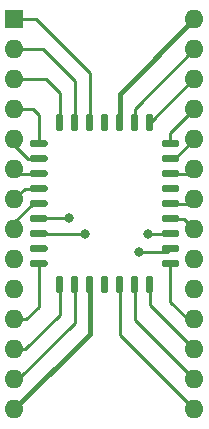
<source format=gbr>
%TF.GenerationSoftware,KiCad,Pcbnew,5.1.12-84ad8e8a86~92~ubuntu18.04.1*%
%TF.CreationDate,2023-06-24T13:51:17+02:00*%
%TF.ProjectId,EPROM-27512-GLS27SF512,4550524f-4d2d-4323-9735-31322d474c53,r2*%
%TF.SameCoordinates,Original*%
%TF.FileFunction,Copper,L1,Top*%
%TF.FilePolarity,Positive*%
%FSLAX46Y46*%
G04 Gerber Fmt 4.6, Leading zero omitted, Abs format (unit mm)*
G04 Created by KiCad (PCBNEW 5.1.12-84ad8e8a86~92~ubuntu18.04.1) date 2023-06-24 13:51:17*
%MOMM*%
%LPD*%
G01*
G04 APERTURE LIST*
%TA.AperFunction,ComponentPad*%
%ADD10R,1.600000X1.600000*%
%TD*%
%TA.AperFunction,ComponentPad*%
%ADD11O,1.600000X1.600000*%
%TD*%
%TA.AperFunction,ViaPad*%
%ADD12C,0.800000*%
%TD*%
%TA.AperFunction,Conductor*%
%ADD13C,0.250000*%
%TD*%
%TA.AperFunction,Conductor*%
%ADD14C,0.400000*%
%TD*%
G04 APERTURE END LIST*
D10*
%TO.P,U101,1*%
%TO.N,/a15*%
X86952401Y-69723201D03*
D11*
%TO.P,U101,15*%
%TO.N,/d3*%
X102192401Y-102743201D03*
%TO.P,U101,2*%
%TO.N,/a12*%
X86952401Y-72263201D03*
%TO.P,U101,16*%
%TO.N,/d4*%
X102192401Y-100203201D03*
%TO.P,U101,3*%
%TO.N,/a7*%
X86952401Y-74803201D03*
%TO.P,U101,17*%
%TO.N,/d5*%
X102192401Y-97663201D03*
%TO.P,U101,4*%
%TO.N,/a6*%
X86952401Y-77343201D03*
%TO.P,U101,18*%
%TO.N,/d6*%
X102192401Y-95123201D03*
%TO.P,U101,5*%
%TO.N,/a5*%
X86952401Y-79883201D03*
%TO.P,U101,19*%
%TO.N,/d7*%
X102192401Y-92583201D03*
%TO.P,U101,6*%
%TO.N,/a4*%
X86952401Y-82423201D03*
%TO.P,U101,20*%
%TO.N,/_ce*%
X102192401Y-90043201D03*
%TO.P,U101,7*%
%TO.N,/a3*%
X86952401Y-84963201D03*
%TO.P,U101,21*%
%TO.N,/a10*%
X102192401Y-87503201D03*
%TO.P,U101,8*%
%TO.N,/a2*%
X86952401Y-87503201D03*
%TO.P,U101,22*%
%TO.N,/_oe*%
X102192401Y-84963201D03*
%TO.P,U101,9*%
%TO.N,/a1*%
X86952401Y-90043201D03*
%TO.P,U101,23*%
%TO.N,/a11*%
X102192401Y-82423201D03*
%TO.P,U101,10*%
%TO.N,/a0*%
X86952401Y-92583201D03*
%TO.P,U101,24*%
%TO.N,/a9*%
X102192401Y-79883201D03*
%TO.P,U101,11*%
%TO.N,/d0*%
X86952401Y-95123201D03*
%TO.P,U101,25*%
%TO.N,/a8*%
X102192401Y-77343201D03*
%TO.P,U101,12*%
%TO.N,/d1*%
X86952401Y-97663201D03*
%TO.P,U101,26*%
%TO.N,/a13*%
X102192401Y-74803201D03*
%TO.P,U101,13*%
%TO.N,/d2*%
X86952401Y-100203201D03*
%TO.P,U101,27*%
%TO.N,/a14*%
X102192401Y-72263201D03*
%TO.P,U101,14*%
%TO.N,GND*%
X86952401Y-102743201D03*
%TO.P,U101,28*%
%TO.N,+5V*%
X102192401Y-69723201D03*
%TD*%
%TO.P,U102,1*%
%TO.N,Net-(U102-Pad1)*%
%TA.AperFunction,SMDPad,CuDef*%
G36*
G01*
X94289600Y-79068600D02*
X94289600Y-77893600D01*
G75*
G02*
X94439600Y-77743600I150000J0D01*
G01*
X94739600Y-77743600D01*
G75*
G02*
X94889600Y-77893600I0J-150000D01*
G01*
X94889600Y-79068600D01*
G75*
G02*
X94739600Y-79218600I-150000J0D01*
G01*
X94439600Y-79218600D01*
G75*
G02*
X94289600Y-79068600I0J150000D01*
G01*
G37*
%TD.AperFunction*%
%TO.P,U102,2*%
%TO.N,/a15*%
%TA.AperFunction,SMDPad,CuDef*%
G36*
G01*
X93019600Y-79068600D02*
X93019600Y-77893600D01*
G75*
G02*
X93169600Y-77743600I150000J0D01*
G01*
X93469600Y-77743600D01*
G75*
G02*
X93619600Y-77893600I0J-150000D01*
G01*
X93619600Y-79068600D01*
G75*
G02*
X93469600Y-79218600I-150000J0D01*
G01*
X93169600Y-79218600D01*
G75*
G02*
X93019600Y-79068600I0J150000D01*
G01*
G37*
%TD.AperFunction*%
%TO.P,U102,3*%
%TO.N,/a12*%
%TA.AperFunction,SMDPad,CuDef*%
G36*
G01*
X91749600Y-79068600D02*
X91749600Y-77893600D01*
G75*
G02*
X91899600Y-77743600I150000J0D01*
G01*
X92199600Y-77743600D01*
G75*
G02*
X92349600Y-77893600I0J-150000D01*
G01*
X92349600Y-79068600D01*
G75*
G02*
X92199600Y-79218600I-150000J0D01*
G01*
X91899600Y-79218600D01*
G75*
G02*
X91749600Y-79068600I0J150000D01*
G01*
G37*
%TD.AperFunction*%
%TO.P,U102,4*%
%TO.N,/a7*%
%TA.AperFunction,SMDPad,CuDef*%
G36*
G01*
X90479600Y-79068600D02*
X90479600Y-77893600D01*
G75*
G02*
X90629600Y-77743600I150000J0D01*
G01*
X90929600Y-77743600D01*
G75*
G02*
X91079600Y-77893600I0J-150000D01*
G01*
X91079600Y-79068600D01*
G75*
G02*
X90929600Y-79218600I-150000J0D01*
G01*
X90629600Y-79218600D01*
G75*
G02*
X90479600Y-79068600I0J150000D01*
G01*
G37*
%TD.AperFunction*%
%TO.P,U102,5*%
%TO.N,/a6*%
%TA.AperFunction,SMDPad,CuDef*%
G36*
G01*
X88289600Y-80388600D02*
X88289600Y-80088600D01*
G75*
G02*
X88439600Y-79938600I150000J0D01*
G01*
X89614600Y-79938600D01*
G75*
G02*
X89764600Y-80088600I0J-150000D01*
G01*
X89764600Y-80388600D01*
G75*
G02*
X89614600Y-80538600I-150000J0D01*
G01*
X88439600Y-80538600D01*
G75*
G02*
X88289600Y-80388600I0J150000D01*
G01*
G37*
%TD.AperFunction*%
%TO.P,U102,6*%
%TO.N,/a5*%
%TA.AperFunction,SMDPad,CuDef*%
G36*
G01*
X88289600Y-81658600D02*
X88289600Y-81358600D01*
G75*
G02*
X88439600Y-81208600I150000J0D01*
G01*
X89614600Y-81208600D01*
G75*
G02*
X89764600Y-81358600I0J-150000D01*
G01*
X89764600Y-81658600D01*
G75*
G02*
X89614600Y-81808600I-150000J0D01*
G01*
X88439600Y-81808600D01*
G75*
G02*
X88289600Y-81658600I0J150000D01*
G01*
G37*
%TD.AperFunction*%
%TO.P,U102,7*%
%TO.N,/a4*%
%TA.AperFunction,SMDPad,CuDef*%
G36*
G01*
X88289600Y-82928600D02*
X88289600Y-82628600D01*
G75*
G02*
X88439600Y-82478600I150000J0D01*
G01*
X89614600Y-82478600D01*
G75*
G02*
X89764600Y-82628600I0J-150000D01*
G01*
X89764600Y-82928600D01*
G75*
G02*
X89614600Y-83078600I-150000J0D01*
G01*
X88439600Y-83078600D01*
G75*
G02*
X88289600Y-82928600I0J150000D01*
G01*
G37*
%TD.AperFunction*%
%TO.P,U102,8*%
%TO.N,/a3*%
%TA.AperFunction,SMDPad,CuDef*%
G36*
G01*
X88289600Y-84198600D02*
X88289600Y-83898600D01*
G75*
G02*
X88439600Y-83748600I150000J0D01*
G01*
X89614600Y-83748600D01*
G75*
G02*
X89764600Y-83898600I0J-150000D01*
G01*
X89764600Y-84198600D01*
G75*
G02*
X89614600Y-84348600I-150000J0D01*
G01*
X88439600Y-84348600D01*
G75*
G02*
X88289600Y-84198600I0J150000D01*
G01*
G37*
%TD.AperFunction*%
%TO.P,U102,9*%
%TO.N,/a2*%
%TA.AperFunction,SMDPad,CuDef*%
G36*
G01*
X88289600Y-85468600D02*
X88289600Y-85168600D01*
G75*
G02*
X88439600Y-85018600I150000J0D01*
G01*
X89614600Y-85018600D01*
G75*
G02*
X89764600Y-85168600I0J-150000D01*
G01*
X89764600Y-85468600D01*
G75*
G02*
X89614600Y-85618600I-150000J0D01*
G01*
X88439600Y-85618600D01*
G75*
G02*
X88289600Y-85468600I0J150000D01*
G01*
G37*
%TD.AperFunction*%
%TO.P,U102,10*%
%TO.N,/a1*%
%TA.AperFunction,SMDPad,CuDef*%
G36*
G01*
X88289600Y-86738600D02*
X88289600Y-86438600D01*
G75*
G02*
X88439600Y-86288600I150000J0D01*
G01*
X89614600Y-86288600D01*
G75*
G02*
X89764600Y-86438600I0J-150000D01*
G01*
X89764600Y-86738600D01*
G75*
G02*
X89614600Y-86888600I-150000J0D01*
G01*
X88439600Y-86888600D01*
G75*
G02*
X88289600Y-86738600I0J150000D01*
G01*
G37*
%TD.AperFunction*%
%TO.P,U102,11*%
%TO.N,/a0*%
%TA.AperFunction,SMDPad,CuDef*%
G36*
G01*
X88289600Y-88008600D02*
X88289600Y-87708600D01*
G75*
G02*
X88439600Y-87558600I150000J0D01*
G01*
X89614600Y-87558600D01*
G75*
G02*
X89764600Y-87708600I0J-150000D01*
G01*
X89764600Y-88008600D01*
G75*
G02*
X89614600Y-88158600I-150000J0D01*
G01*
X88439600Y-88158600D01*
G75*
G02*
X88289600Y-88008600I0J150000D01*
G01*
G37*
%TD.AperFunction*%
%TO.P,U102,12*%
%TO.N,Net-(U102-Pad12)*%
%TA.AperFunction,SMDPad,CuDef*%
G36*
G01*
X88289600Y-89278600D02*
X88289600Y-88978600D01*
G75*
G02*
X88439600Y-88828600I150000J0D01*
G01*
X89614600Y-88828600D01*
G75*
G02*
X89764600Y-88978600I0J-150000D01*
G01*
X89764600Y-89278600D01*
G75*
G02*
X89614600Y-89428600I-150000J0D01*
G01*
X88439600Y-89428600D01*
G75*
G02*
X88289600Y-89278600I0J150000D01*
G01*
G37*
%TD.AperFunction*%
%TO.P,U102,13*%
%TO.N,/d0*%
%TA.AperFunction,SMDPad,CuDef*%
G36*
G01*
X88289600Y-90548600D02*
X88289600Y-90248600D01*
G75*
G02*
X88439600Y-90098600I150000J0D01*
G01*
X89614600Y-90098600D01*
G75*
G02*
X89764600Y-90248600I0J-150000D01*
G01*
X89764600Y-90548600D01*
G75*
G02*
X89614600Y-90698600I-150000J0D01*
G01*
X88439600Y-90698600D01*
G75*
G02*
X88289600Y-90548600I0J150000D01*
G01*
G37*
%TD.AperFunction*%
%TO.P,U102,14*%
%TO.N,/d1*%
%TA.AperFunction,SMDPad,CuDef*%
G36*
G01*
X90479600Y-92743600D02*
X90479600Y-91568600D01*
G75*
G02*
X90629600Y-91418600I150000J0D01*
G01*
X90929600Y-91418600D01*
G75*
G02*
X91079600Y-91568600I0J-150000D01*
G01*
X91079600Y-92743600D01*
G75*
G02*
X90929600Y-92893600I-150000J0D01*
G01*
X90629600Y-92893600D01*
G75*
G02*
X90479600Y-92743600I0J150000D01*
G01*
G37*
%TD.AperFunction*%
%TO.P,U102,15*%
%TO.N,/d2*%
%TA.AperFunction,SMDPad,CuDef*%
G36*
G01*
X91749600Y-92743600D02*
X91749600Y-91568600D01*
G75*
G02*
X91899600Y-91418600I150000J0D01*
G01*
X92199600Y-91418600D01*
G75*
G02*
X92349600Y-91568600I0J-150000D01*
G01*
X92349600Y-92743600D01*
G75*
G02*
X92199600Y-92893600I-150000J0D01*
G01*
X91899600Y-92893600D01*
G75*
G02*
X91749600Y-92743600I0J150000D01*
G01*
G37*
%TD.AperFunction*%
%TO.P,U102,16*%
%TO.N,GND*%
%TA.AperFunction,SMDPad,CuDef*%
G36*
G01*
X93019600Y-92743600D02*
X93019600Y-91568600D01*
G75*
G02*
X93169600Y-91418600I150000J0D01*
G01*
X93469600Y-91418600D01*
G75*
G02*
X93619600Y-91568600I0J-150000D01*
G01*
X93619600Y-92743600D01*
G75*
G02*
X93469600Y-92893600I-150000J0D01*
G01*
X93169600Y-92893600D01*
G75*
G02*
X93019600Y-92743600I0J150000D01*
G01*
G37*
%TD.AperFunction*%
%TO.P,U102,17*%
%TO.N,Net-(U102-Pad17)*%
%TA.AperFunction,SMDPad,CuDef*%
G36*
G01*
X94289600Y-92743600D02*
X94289600Y-91568600D01*
G75*
G02*
X94439600Y-91418600I150000J0D01*
G01*
X94739600Y-91418600D01*
G75*
G02*
X94889600Y-91568600I0J-150000D01*
G01*
X94889600Y-92743600D01*
G75*
G02*
X94739600Y-92893600I-150000J0D01*
G01*
X94439600Y-92893600D01*
G75*
G02*
X94289600Y-92743600I0J150000D01*
G01*
G37*
%TD.AperFunction*%
%TO.P,U102,18*%
%TO.N,/d3*%
%TA.AperFunction,SMDPad,CuDef*%
G36*
G01*
X95559600Y-92743600D02*
X95559600Y-91568600D01*
G75*
G02*
X95709600Y-91418600I150000J0D01*
G01*
X96009600Y-91418600D01*
G75*
G02*
X96159600Y-91568600I0J-150000D01*
G01*
X96159600Y-92743600D01*
G75*
G02*
X96009600Y-92893600I-150000J0D01*
G01*
X95709600Y-92893600D01*
G75*
G02*
X95559600Y-92743600I0J150000D01*
G01*
G37*
%TD.AperFunction*%
%TO.P,U102,19*%
%TO.N,/d4*%
%TA.AperFunction,SMDPad,CuDef*%
G36*
G01*
X96829600Y-92743600D02*
X96829600Y-91568600D01*
G75*
G02*
X96979600Y-91418600I150000J0D01*
G01*
X97279600Y-91418600D01*
G75*
G02*
X97429600Y-91568600I0J-150000D01*
G01*
X97429600Y-92743600D01*
G75*
G02*
X97279600Y-92893600I-150000J0D01*
G01*
X96979600Y-92893600D01*
G75*
G02*
X96829600Y-92743600I0J150000D01*
G01*
G37*
%TD.AperFunction*%
%TO.P,U102,20*%
%TO.N,/d5*%
%TA.AperFunction,SMDPad,CuDef*%
G36*
G01*
X98099600Y-92743600D02*
X98099600Y-91568600D01*
G75*
G02*
X98249600Y-91418600I150000J0D01*
G01*
X98549600Y-91418600D01*
G75*
G02*
X98699600Y-91568600I0J-150000D01*
G01*
X98699600Y-92743600D01*
G75*
G02*
X98549600Y-92893600I-150000J0D01*
G01*
X98249600Y-92893600D01*
G75*
G02*
X98099600Y-92743600I0J150000D01*
G01*
G37*
%TD.AperFunction*%
%TO.P,U102,21*%
%TO.N,/d6*%
%TA.AperFunction,SMDPad,CuDef*%
G36*
G01*
X99414600Y-90548600D02*
X99414600Y-90248600D01*
G75*
G02*
X99564600Y-90098600I150000J0D01*
G01*
X100739600Y-90098600D01*
G75*
G02*
X100889600Y-90248600I0J-150000D01*
G01*
X100889600Y-90548600D01*
G75*
G02*
X100739600Y-90698600I-150000J0D01*
G01*
X99564600Y-90698600D01*
G75*
G02*
X99414600Y-90548600I0J150000D01*
G01*
G37*
%TD.AperFunction*%
%TO.P,U102,22*%
%TO.N,/d7*%
%TA.AperFunction,SMDPad,CuDef*%
G36*
G01*
X99414600Y-89278600D02*
X99414600Y-88978600D01*
G75*
G02*
X99564600Y-88828600I150000J0D01*
G01*
X100739600Y-88828600D01*
G75*
G02*
X100889600Y-88978600I0J-150000D01*
G01*
X100889600Y-89278600D01*
G75*
G02*
X100739600Y-89428600I-150000J0D01*
G01*
X99564600Y-89428600D01*
G75*
G02*
X99414600Y-89278600I0J150000D01*
G01*
G37*
%TD.AperFunction*%
%TO.P,U102,23*%
%TO.N,/_ce*%
%TA.AperFunction,SMDPad,CuDef*%
G36*
G01*
X99414600Y-88008600D02*
X99414600Y-87708600D01*
G75*
G02*
X99564600Y-87558600I150000J0D01*
G01*
X100739600Y-87558600D01*
G75*
G02*
X100889600Y-87708600I0J-150000D01*
G01*
X100889600Y-88008600D01*
G75*
G02*
X100739600Y-88158600I-150000J0D01*
G01*
X99564600Y-88158600D01*
G75*
G02*
X99414600Y-88008600I0J150000D01*
G01*
G37*
%TD.AperFunction*%
%TO.P,U102,24*%
%TO.N,/a10*%
%TA.AperFunction,SMDPad,CuDef*%
G36*
G01*
X99414600Y-86738600D02*
X99414600Y-86438600D01*
G75*
G02*
X99564600Y-86288600I150000J0D01*
G01*
X100739600Y-86288600D01*
G75*
G02*
X100889600Y-86438600I0J-150000D01*
G01*
X100889600Y-86738600D01*
G75*
G02*
X100739600Y-86888600I-150000J0D01*
G01*
X99564600Y-86888600D01*
G75*
G02*
X99414600Y-86738600I0J150000D01*
G01*
G37*
%TD.AperFunction*%
%TO.P,U102,25*%
%TO.N,/_oe*%
%TA.AperFunction,SMDPad,CuDef*%
G36*
G01*
X99414600Y-85468600D02*
X99414600Y-85168600D01*
G75*
G02*
X99564600Y-85018600I150000J0D01*
G01*
X100739600Y-85018600D01*
G75*
G02*
X100889600Y-85168600I0J-150000D01*
G01*
X100889600Y-85468600D01*
G75*
G02*
X100739600Y-85618600I-150000J0D01*
G01*
X99564600Y-85618600D01*
G75*
G02*
X99414600Y-85468600I0J150000D01*
G01*
G37*
%TD.AperFunction*%
%TO.P,U102,26*%
%TO.N,Net-(U102-Pad26)*%
%TA.AperFunction,SMDPad,CuDef*%
G36*
G01*
X99414600Y-84198600D02*
X99414600Y-83898600D01*
G75*
G02*
X99564600Y-83748600I150000J0D01*
G01*
X100739600Y-83748600D01*
G75*
G02*
X100889600Y-83898600I0J-150000D01*
G01*
X100889600Y-84198600D01*
G75*
G02*
X100739600Y-84348600I-150000J0D01*
G01*
X99564600Y-84348600D01*
G75*
G02*
X99414600Y-84198600I0J150000D01*
G01*
G37*
%TD.AperFunction*%
%TO.P,U102,27*%
%TO.N,/a11*%
%TA.AperFunction,SMDPad,CuDef*%
G36*
G01*
X99414600Y-82928600D02*
X99414600Y-82628600D01*
G75*
G02*
X99564600Y-82478600I150000J0D01*
G01*
X100739600Y-82478600D01*
G75*
G02*
X100889600Y-82628600I0J-150000D01*
G01*
X100889600Y-82928600D01*
G75*
G02*
X100739600Y-83078600I-150000J0D01*
G01*
X99564600Y-83078600D01*
G75*
G02*
X99414600Y-82928600I0J150000D01*
G01*
G37*
%TD.AperFunction*%
%TO.P,U102,28*%
%TO.N,/a9*%
%TA.AperFunction,SMDPad,CuDef*%
G36*
G01*
X99414600Y-81658600D02*
X99414600Y-81358600D01*
G75*
G02*
X99564600Y-81208600I150000J0D01*
G01*
X100739600Y-81208600D01*
G75*
G02*
X100889600Y-81358600I0J-150000D01*
G01*
X100889600Y-81658600D01*
G75*
G02*
X100739600Y-81808600I-150000J0D01*
G01*
X99564600Y-81808600D01*
G75*
G02*
X99414600Y-81658600I0J150000D01*
G01*
G37*
%TD.AperFunction*%
%TO.P,U102,29*%
%TO.N,/a8*%
%TA.AperFunction,SMDPad,CuDef*%
G36*
G01*
X99414600Y-80388600D02*
X99414600Y-80088600D01*
G75*
G02*
X99564600Y-79938600I150000J0D01*
G01*
X100739600Y-79938600D01*
G75*
G02*
X100889600Y-80088600I0J-150000D01*
G01*
X100889600Y-80388600D01*
G75*
G02*
X100739600Y-80538600I-150000J0D01*
G01*
X99564600Y-80538600D01*
G75*
G02*
X99414600Y-80388600I0J150000D01*
G01*
G37*
%TD.AperFunction*%
%TO.P,U102,30*%
%TO.N,/a13*%
%TA.AperFunction,SMDPad,CuDef*%
G36*
G01*
X98099600Y-79068600D02*
X98099600Y-77893600D01*
G75*
G02*
X98249600Y-77743600I150000J0D01*
G01*
X98549600Y-77743600D01*
G75*
G02*
X98699600Y-77893600I0J-150000D01*
G01*
X98699600Y-79068600D01*
G75*
G02*
X98549600Y-79218600I-150000J0D01*
G01*
X98249600Y-79218600D01*
G75*
G02*
X98099600Y-79068600I0J150000D01*
G01*
G37*
%TD.AperFunction*%
%TO.P,U102,31*%
%TO.N,/a14*%
%TA.AperFunction,SMDPad,CuDef*%
G36*
G01*
X96829600Y-79068600D02*
X96829600Y-77893600D01*
G75*
G02*
X96979600Y-77743600I150000J0D01*
G01*
X97279600Y-77743600D01*
G75*
G02*
X97429600Y-77893600I0J-150000D01*
G01*
X97429600Y-79068600D01*
G75*
G02*
X97279600Y-79218600I-150000J0D01*
G01*
X96979600Y-79218600D01*
G75*
G02*
X96829600Y-79068600I0J150000D01*
G01*
G37*
%TD.AperFunction*%
%TO.P,U102,32*%
%TO.N,+5V*%
%TA.AperFunction,SMDPad,CuDef*%
G36*
G01*
X95559600Y-79068600D02*
X95559600Y-77893600D01*
G75*
G02*
X95709600Y-77743600I150000J0D01*
G01*
X96009600Y-77743600D01*
G75*
G02*
X96159600Y-77893600I0J-150000D01*
G01*
X96159600Y-79068600D01*
G75*
G02*
X96009600Y-79218600I-150000J0D01*
G01*
X95709600Y-79218600D01*
G75*
G02*
X95559600Y-79068600I0J150000D01*
G01*
G37*
%TD.AperFunction*%
%TD*%
D12*
%TO.N,/d7*%
X97536000Y-89382600D03*
%TO.N,/_ce*%
X98247200Y-87909400D03*
%TO.N,/a1*%
X91592400Y-86563200D03*
%TO.N,/a0*%
X92938600Y-87884000D03*
%TD*%
D13*
%TO.N,/a15*%
X93319600Y-78481100D02*
X93319600Y-74244200D01*
X88798601Y-69723201D02*
X86952401Y-69723201D01*
X93319600Y-74244200D02*
X88798601Y-69723201D01*
%TO.N,/d3*%
X95859600Y-96410400D02*
X102192401Y-102743201D01*
X95859600Y-92156100D02*
X95859600Y-96410400D01*
%TO.N,/a12*%
X92049600Y-78481100D02*
X92049600Y-74980800D01*
X89332001Y-72263201D02*
X86952401Y-72263201D01*
X92049600Y-74980800D02*
X89332001Y-72263201D01*
%TO.N,/d4*%
X97129600Y-95140400D02*
X97129600Y-92156100D01*
X102192401Y-100203201D02*
X97129600Y-95140400D01*
%TO.N,/a7*%
X90779600Y-78481100D02*
X90779600Y-75996800D01*
X89586001Y-74803201D02*
X86952401Y-74803201D01*
X90779600Y-75996800D02*
X89586001Y-74803201D01*
%TO.N,/d5*%
X98399600Y-93870400D02*
X102192401Y-97663201D01*
X98399600Y-92156100D02*
X98399600Y-93870400D01*
%TO.N,/a6*%
X89027100Y-80238600D02*
X89027100Y-77851100D01*
X88519201Y-77343201D02*
X86952401Y-77343201D01*
X89027100Y-77851100D02*
X88519201Y-77343201D01*
%TO.N,/d6*%
X100152100Y-90398600D02*
X100152100Y-93649700D01*
X101625601Y-95123201D02*
X102192401Y-95123201D01*
X100152100Y-93649700D02*
X101625601Y-95123201D01*
%TO.N,/a5*%
X89027100Y-81508600D02*
X88138000Y-81508600D01*
X86952401Y-80323001D02*
X86952401Y-79883201D01*
X88138000Y-81508600D02*
X86952401Y-80323001D01*
%TO.N,/d7*%
X99898100Y-89382600D02*
X100152100Y-89128600D01*
X97536000Y-89382600D02*
X99898100Y-89382600D01*
%TO.N,/a4*%
X87307800Y-82778600D02*
X86952401Y-82423201D01*
X89027100Y-82778600D02*
X87307800Y-82778600D01*
%TO.N,/_ce*%
X100101300Y-87909400D02*
X100152100Y-87858600D01*
X98247200Y-87909400D02*
X100101300Y-87909400D01*
%TO.N,/a3*%
X87867002Y-84048600D02*
X86952401Y-84963201D01*
X89027100Y-84048600D02*
X87867002Y-84048600D01*
%TO.N,/a10*%
X101277800Y-86588600D02*
X102192401Y-87503201D01*
X100152100Y-86588600D02*
X101277800Y-86588600D01*
%TO.N,/a2*%
X89027100Y-85318600D02*
X88544400Y-85318600D01*
X86952401Y-86910599D02*
X86952401Y-87503201D01*
X88544400Y-85318600D02*
X86952401Y-86910599D01*
%TO.N,/_oe*%
X101837002Y-85318600D02*
X102192401Y-84963201D01*
X100152100Y-85318600D02*
X101837002Y-85318600D01*
%TO.N,/a1*%
X89052500Y-86563200D02*
X89027100Y-86588600D01*
X91592400Y-86563200D02*
X89052500Y-86563200D01*
%TO.N,/a11*%
X101837002Y-82778600D02*
X102192401Y-82423201D01*
X100152100Y-82778600D02*
X101837002Y-82778600D01*
%TO.N,/a0*%
X89052500Y-87884000D02*
X89027100Y-87858600D01*
X92938600Y-87884000D02*
X89052500Y-87884000D01*
%TO.N,/a9*%
X100567002Y-81508600D02*
X102192401Y-79883201D01*
X100152100Y-81508600D02*
X100567002Y-81508600D01*
%TO.N,/d0*%
X86952401Y-95123201D02*
X87959999Y-95123201D01*
X89027100Y-94056100D02*
X89027100Y-90398600D01*
X87959999Y-95123201D02*
X89027100Y-94056100D01*
%TO.N,/a8*%
X100152100Y-80238600D02*
X100152100Y-79375100D01*
X102183999Y-77343201D02*
X102192401Y-77343201D01*
X100152100Y-79375100D02*
X102183999Y-77343201D01*
%TO.N,/d1*%
X90779600Y-92156100D02*
X90779600Y-94716600D01*
X87832999Y-97663201D02*
X86952401Y-97663201D01*
X90779600Y-94716600D02*
X87832999Y-97663201D01*
%TO.N,/a13*%
X102077499Y-74803201D02*
X102192401Y-74803201D01*
X98399600Y-78481100D02*
X102077499Y-74803201D01*
%TO.N,/d2*%
X92049600Y-92156100D02*
X92049600Y-95427800D01*
X87274199Y-100203201D02*
X86952401Y-100203201D01*
X92049600Y-95427800D02*
X87274199Y-100203201D01*
%TO.N,/a14*%
X97129600Y-77326002D02*
X102192401Y-72263201D01*
X97129600Y-78481100D02*
X97129600Y-77326002D01*
D14*
%TO.N,GND*%
X93319600Y-96376002D02*
X86952401Y-102743201D01*
X93319600Y-92156100D02*
X93319600Y-96376002D01*
%TO.N,+5V*%
X95859600Y-76056002D02*
X102192401Y-69723201D01*
X95859600Y-78481100D02*
X95859600Y-76056002D01*
%TD*%
M02*

</source>
